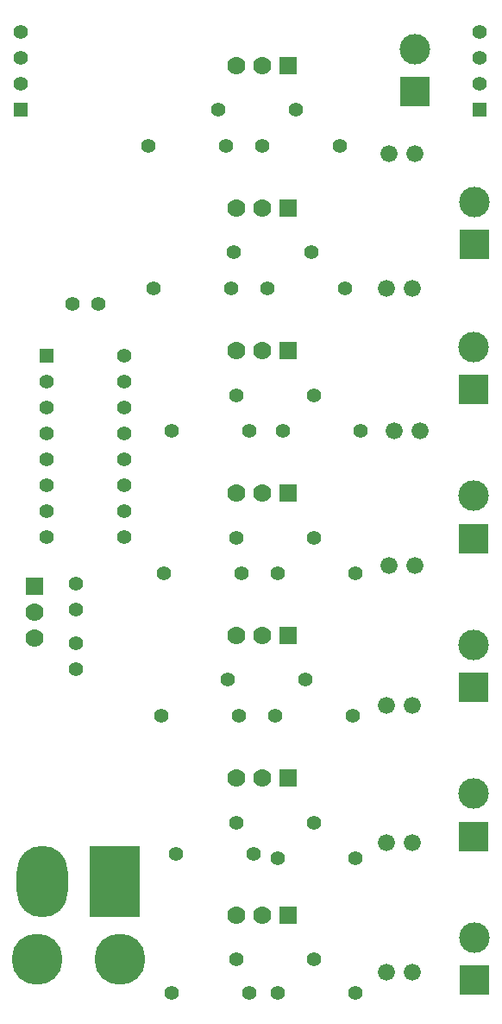
<source format=gts>
%FSLAX46Y46*%
G04 Gerber Fmt 4.6, Leading zero omitted, Abs format (unit mm)*
G04 Created by KiCad (PCBNEW (2014-jan-25)-product) date Mon 14 Jul 2014 13:54:19 BST*
%MOMM*%
G01*
G04 APERTURE LIST*
%ADD10C,0.100000*%
%ADD11R,1.397000X1.397000*%
%ADD12C,1.397000*%
%ADD13C,1.778000*%
%ADD14R,1.778000X1.778000*%
%ADD15C,1.676400*%
%ADD16R,5.000000X7.000000*%
%ADD17O,5.000000X7.000000*%
%ADD18C,5.000000*%
%ADD19R,3.000000X3.000000*%
%ADD20C,3.000000*%
G04 APERTURE END LIST*
D10*
D11*
X126365000Y-54610000D03*
D12*
X126365000Y-57150000D03*
X126365000Y-59690000D03*
X126365000Y-62230000D03*
X126365000Y-64770000D03*
X126365000Y-67310000D03*
X126365000Y-69850000D03*
X126365000Y-72390000D03*
X133985000Y-72390000D03*
X133985000Y-69850000D03*
X133985000Y-67310000D03*
X133985000Y-64770000D03*
X133985000Y-62230000D03*
X133985000Y-59690000D03*
X133985000Y-57150000D03*
X133985000Y-54610000D03*
D13*
X125222000Y-82296000D03*
X125222000Y-79756000D03*
D14*
X125222000Y-77216000D03*
D15*
X160020000Y-34798000D03*
X162560000Y-34798000D03*
X159766000Y-48006000D03*
X162306000Y-48006000D03*
X160528000Y-61976000D03*
X163068000Y-61976000D03*
X160020000Y-75184000D03*
X162560000Y-75184000D03*
X159766000Y-88900000D03*
X162306000Y-88900000D03*
X159766000Y-102362000D03*
X162306000Y-102362000D03*
X159766000Y-115062000D03*
X162306000Y-115062000D03*
D12*
X129286000Y-85344000D03*
X129286000Y-82804000D03*
X129286000Y-76962000D03*
X129286000Y-79502000D03*
X128905000Y-49530000D03*
X131445000Y-49530000D03*
D16*
X133096000Y-106172000D03*
D17*
X125984000Y-106172000D03*
D18*
X133604000Y-113792000D03*
X125476000Y-113792000D03*
D11*
X123825000Y-30480000D03*
D12*
X123825000Y-27940000D03*
X123825000Y-25400000D03*
X123825000Y-22860000D03*
D11*
X168910000Y-30480000D03*
D12*
X168910000Y-27940000D03*
X168910000Y-25400000D03*
X168910000Y-22860000D03*
D13*
X145034000Y-26162000D03*
X147574000Y-26162000D03*
D14*
X150114000Y-26162000D03*
D13*
X145034000Y-40132000D03*
X147574000Y-40132000D03*
D14*
X150114000Y-40132000D03*
D13*
X145034000Y-54102000D03*
X147574000Y-54102000D03*
D14*
X150114000Y-54102000D03*
D13*
X145034000Y-68072000D03*
X147574000Y-68072000D03*
D14*
X150114000Y-68072000D03*
D13*
X145034000Y-82042000D03*
X147574000Y-82042000D03*
D14*
X150114000Y-82042000D03*
D13*
X145034000Y-96012000D03*
X147574000Y-96012000D03*
D14*
X150114000Y-96012000D03*
D13*
X145034000Y-109474000D03*
X147574000Y-109474000D03*
D14*
X150114000Y-109474000D03*
D12*
X143256000Y-30480000D03*
X150876000Y-30480000D03*
X144018000Y-34036000D03*
X136398000Y-34036000D03*
X144780000Y-44450000D03*
X152400000Y-44450000D03*
X144526000Y-48006000D03*
X136906000Y-48006000D03*
X145034000Y-58547000D03*
X152654000Y-58547000D03*
X146304000Y-61976000D03*
X138684000Y-61976000D03*
X145034000Y-72517000D03*
X152654000Y-72517000D03*
X145542000Y-75946000D03*
X137922000Y-75946000D03*
X145034000Y-100457000D03*
X152654000Y-100457000D03*
X146685000Y-103505000D03*
X139065000Y-103505000D03*
X145034000Y-113792000D03*
X152654000Y-113792000D03*
X146304000Y-117094000D03*
X138684000Y-117094000D03*
X144145000Y-86360000D03*
X151765000Y-86360000D03*
X145288000Y-89916000D03*
X137668000Y-89916000D03*
X155194000Y-34036000D03*
X147574000Y-34036000D03*
X155702000Y-48006000D03*
X148082000Y-48006000D03*
X157226000Y-61976000D03*
X149606000Y-61976000D03*
X156718000Y-75946000D03*
X149098000Y-75946000D03*
X156464000Y-89916000D03*
X148844000Y-89916000D03*
X156718000Y-103886000D03*
X149098000Y-103886000D03*
X156718000Y-117094000D03*
X149098000Y-117094000D03*
D19*
X162560000Y-28770000D03*
D20*
X162560000Y-24570000D03*
D19*
X168402000Y-43756000D03*
D20*
X168402000Y-39556000D03*
D19*
X168275000Y-57980000D03*
D20*
X168275000Y-53780000D03*
D19*
X168275000Y-72585000D03*
D20*
X168275000Y-68385000D03*
D19*
X168275000Y-87190000D03*
D20*
X168275000Y-82990000D03*
D19*
X168275000Y-101795000D03*
D20*
X168275000Y-97595000D03*
D19*
X168402000Y-115892000D03*
D20*
X168402000Y-111692000D03*
M02*

</source>
